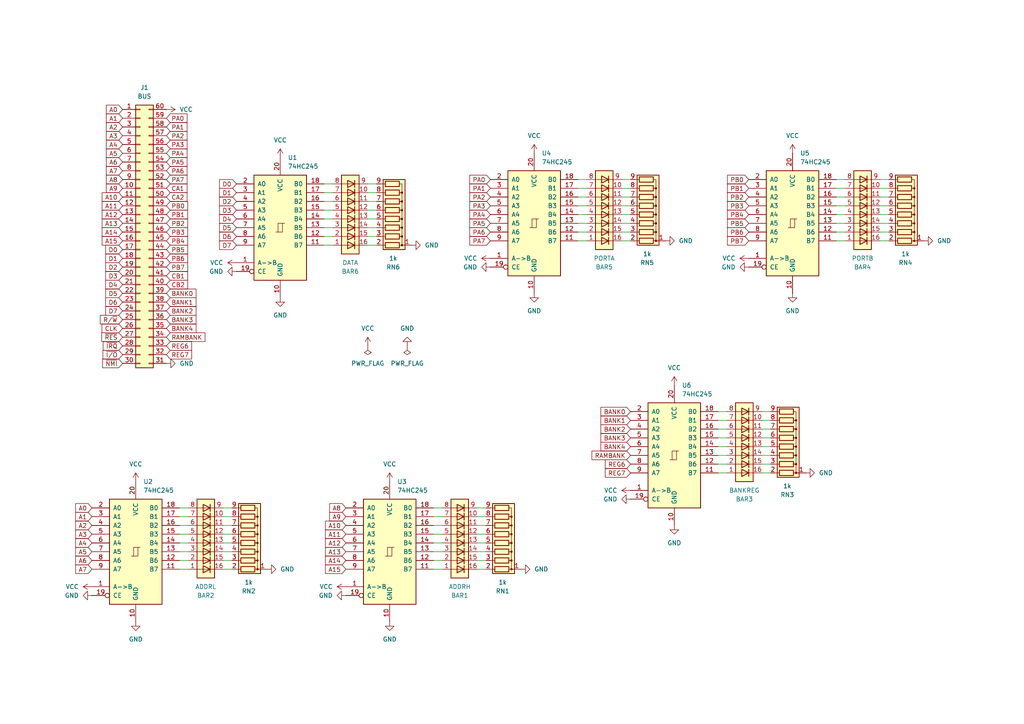
<source format=kicad_sch>
(kicad_sch (version 20231120) (generator "eeschema") (generator_version "8.0")
  (paper "A4")
  (lib_symbols
    (symbol "74xx:74HC245" (pin_names (offset 1.016))
      (property "Reference" "U" (at -7.62 16.51 0))
      (property "Value" "74HC245" (at -7.62 -16.51 0))
      (symbol "74HC245_1_0"
        (polyline (pts (xy -0.635 -1.27) (xy -0.635 1.27) (xy 0.635 1.27)))
        (polyline (pts (xy -1.27 -1.27) (xy 0.635 -1.27) (xy 0.635 1.27) (xy 1.27 1.27)))
        (pin input line (at -12.7 -10.16 0) (length 5.08) (name "A->B") (number "1"))
        (pin power_in line (at 0 -20.32 90) (length 5.08) (name "GND") (number "10"))
        (pin tri_state line (at 12.7 -5.08 180) (length 5.08) (name "B7") (number "11"))
        (pin tri_state line (at 12.7 -2.54 180) (length 5.08) (name "B6") (number "12"))
        (pin tri_state line (at 12.7 0 180) (length 5.08) (name "B5") (number "13"))
        (pin tri_state line (at 12.7 2.54 180) (length 5.08) (name "B4") (number "14"))
        (pin tri_state line (at 12.7 5.08 180) (length 5.08) (name "B3") (number "15"))
        (pin tri_state line (at 12.7 7.62 180) (length 5.08) (name "B2") (number "16"))
        (pin tri_state line (at 12.7 10.16 180) (length 5.08) (name "B1") (number "17"))
        (pin tri_state line (at 12.7 12.7 180) (length 5.08) (name "B0") (number "18"))
        (pin input inverted (at -12.7 -12.7 0) (length 5.08) (name "CE") (number "19"))
        (pin tri_state line (at -12.7 12.7 0) (length 5.08) (name "A0") (number "2"))
        (pin power_in line (at 0 20.32 270) (length 5.08) (name "VCC") (number "20"))
        (pin tri_state line (at -12.7 10.16 0) (length 5.08) (name "A1") (number "3"))
        (pin tri_state line (at -12.7 7.62 0) (length 5.08) (name "A2") (number "4"))
        (pin tri_state line (at -12.7 5.08 0) (length 5.08) (name "A3") (number "5"))
        (pin tri_state line (at -12.7 2.54 0) (length 5.08) (name "A4") (number "6"))
        (pin tri_state line (at -12.7 0 0) (length 5.08) (name "A5") (number "7"))
        (pin tri_state line (at -12.7 -2.54 0) (length 5.08) (name "A6") (number "8"))
        (pin tri_state line (at -12.7 -5.08 0) (length 5.08) (name "A7") (number "9"))
      )
      (symbol "74HC245_1_1"
        (rectangle (start -7.62 15.24) (end 7.62 -15.24) (stroke (width 0.254)) (fill (type background)))
      )
    )
    (symbol "Connector_Generic:Conn_02x30_Counter_Clockwise" (pin_names (offset 1.016) hide)
      (property "Reference" "J" (at 1.27 38.1 0))
      (property "Value" "Conn_02x30_Counter_Clockwise" (at 1.27 -40.64 0))
      (symbol "Conn_02x30_Counter_Clockwise_1_1"
        (rectangle (start -1.27 -37.973) (end 0 -38.227) (stroke (width 0.1524)))
        (rectangle (start -1.27 -35.433) (end 0 -35.687) (stroke (width 0.1524)))
        (rectangle (start -1.27 -32.893) (end 0 -33.147) (stroke (width 0.1524)))
        (rectangle (start -1.27 -30.353) (end 0 -30.607) (stroke (width 0.1524)))
        (rectangle (start -1.27 -27.813) (end 0 -28.067) (stroke (width 0.1524)))
        (rectangle (start -1.27 -25.273) (end 0 -25.527) (stroke (width 0.1524)))
        (rectangle (start -1.27 -22.733) (end 0 -22.987) (stroke (width 0.1524)))
        (rectangle (start -1.27 -20.193) (end 0 -20.447) (stroke (width 0.1524)))
        (rectangle (start -1.27 -17.653) (end 0 -17.907) (stroke (width 0.1524)))
        (rectangle (start -1.27 -15.113) (end 0 -15.367) (stroke (width 0.1524)))
        (rectangle (start -1.27 -12.573) (end 0 -12.827) (stroke (width 0.1524)))
        (rectangle (start -1.27 -10.033) (end 0 -10.287) (stroke (width 0.1524)))
        (rectangle (start -1.27 -7.493) (end 0 -7.747) (stroke (width 0.1524)))
        (rectangle (start -1.27 -4.953) (end 0 -5.207) (stroke (width 0.1524)))
        (rectangle (start -1.27 -2.413) (end 0 -2.667) (stroke (width 0.1524)))
        (rectangle (start -1.27 0.127) (end 0 -0.127) (stroke (width 0.1524)))
        (rectangle (start -1.27 2.667) (end 0 2.413) (stroke (width 0.1524)))
        (rectangle (start -1.27 5.207) (end 0 4.953) (stroke (width 0.1524)))
        (rectangle (start -1.27 7.747) (end 0 7.493) (stroke (width 0.1524)))
        (rectangle (start -1.27 10.287) (end 0 10.033) (stroke (width 0.1524)))
        (rectangle (start -1.27 12.827) (end 0 12.573) (stroke (width 0.1524)))
        (rectangle (start -1.27 15.367) (end 0 15.113) (stroke (width 0.1524)))
        (rectangle (start -1.27 17.907) (end 0 17.653) (stroke (width 0.1524)))
        (rectangle (start -1.27 20.447) (end 0 20.193) (stroke (width 0.1524)))
        (rectangle (start -1.27 22.987) (end 0 22.733) (stroke (width 0.1524)))
        (rectangle (start -1.27 25.527) (end 0 25.273) (stroke (width 0.1524)))
        (rectangle (start -1.27 28.067) (end 0 27.813) (stroke (width 0.1524)))
        (rectangle (start -1.27 30.607) (end 0 30.353) (stroke (width 0.1524)))
        (rectangle (start -1.27 33.147) (end 0 32.893) (stroke (width 0.1524)))
        (rectangle (start -1.27 35.687) (end 0 35.433) (stroke (width 0.1524)))
        (rectangle (start -1.27 36.83) (end 3.81 -39.37) (stroke (width 0.254)) (fill (type background)))
        (rectangle (start 3.81 -37.973) (end 2.54 -38.227) (stroke (width 0.1524)))
        (rectangle (start 3.81 -35.433) (end 2.54 -35.687) (stroke (width 0.1524)))
        (rectangle (start 3.81 -32.893) (end 2.54 -33.147) (stroke (width 0.1524)))
        (rectangle (start 3.81 -30.353) (end 2.54 -30.607) (stroke (width 0.1524)))
        (rectangle (start 3.81 -27.813) (end 2.54 -28.067) (stroke (width 0.1524)))
        (rectangle (start 3.81 -25.273) (end 2.54 -25.527) (stroke (width 0.1524)))
        (rectangle (start 3.81 -22.733) (end 2.54 -22.987) (stroke (width 0.1524)))
        (rectangle (start 3.81 -20.193) (end 2.54 -20.447) (stroke (width 0.1524)))
        (rectangle (start 3.81 -17.653) (end 2.54 -17.907) (stroke (width 0.1524)))
        (rectangle (start 3.81 -15.113) (end 2.54 -15.367) (stroke (width 0.1524)))
        (rectangle (start 3.81 -12.573) (end 2.54 -12.827) (stroke (width 0.1524)))
        (rectangle (start 3.81 -10.033) (end 2.54 -10.287) (stroke (width 0.1524)))
        (rectangle (start 3.81 -7.493) (end 2.54 -7.747) (stroke (width 0.1524)))
        (rectangle (start 3.81 -4.953) (end 2.54 -5.207) (stroke (width 0.1524)))
        (rectangle (start 3.81 -2.413) (end 2.54 -2.667) (stroke (width 0.1524)))
        (rectangle (start 3.81 0.127) (end 2.54 -0.127) (stroke (width 0.1524)))
        (rectangle (start 3.81 2.667) (end 2.54 2.413) (stroke (width 0.1524)))
        (rectangle (start 3.81 5.207) (end 2.54 4.953) (stroke (width 0.1524)))
        (rectangle (start 3.81 7.747) (end 2.54 7.493) (stroke (width 0.1524)))
        (rectangle (start 3.81 10.287) (end 2.54 10.033) (stroke (width 0.1524)))
        (rectangle (start 3.81 12.827) (end 2.54 12.573) (stroke (width 0.1524)))
        (rectangle (start 3.81 15.367) (end 2.54 15.113) (stroke (width 0.1524)))
        (rectangle (start 3.81 17.907) (end 2.54 17.653) (stroke (width 0.1524)))
        (rectangle (start 3.81 20.447) (end 2.54 20.193) (stroke (width 0.1524)))
        (rectangle (start 3.81 22.987) (end 2.54 22.733) (stroke (width 0.1524)))
        (rectangle (start 3.81 25.527) (end 2.54 25.273) (stroke (width 0.1524)))
        (rectangle (start 3.81 28.067) (end 2.54 27.813) (stroke (width 0.1524)))
        (rectangle (start 3.81 30.607) (end 2.54 30.353) (stroke (width 0.1524)))
        (rectangle (start 3.81 33.147) (end 2.54 32.893) (stroke (width 0.1524)))
        (rectangle (start 3.81 35.687) (end 2.54 35.433) (stroke (width 0.1524)))
        (pin passive line (at -5.08 35.56 0) (length 3.81) (name "Pin_1") (number "1"))
        (pin passive line (at -5.08 12.7 0) (length 3.81) (name "Pin_10") (number "10"))
        (pin passive line (at -5.08 10.16 0) (length 3.81) (name "Pin_11") (number "11"))
        (pin passive line (at -5.08 7.62 0) (length 3.81) (name "Pin_12") (number "12"))
        (pin passive line (at -5.08 5.08 0) (length 3.81) (name "Pin_13") (number "13"))
        (pin passive line (at -5.08 2.54 0) (length 3.81) (name "Pin_14") (number "14"))
        (pin passive line (at -5.08 0 0) (length 3.81) (name "Pin_15") (number "15"))
        (pin passive line (at -5.08 -2.54 0) (length 3.81) (name "Pin_16") (number "16"))
        (pin passive line (at -5.08 -5.08 0) (length 3.81) (name "Pin_17") (number "17"))
        (pin passive line (at -5.08 -7.62 0) (length 3.81) (name "Pin_18") (number "18"))
        (pin passive line (at -5.08 -10.16 0) (length 3.81) (name "Pin_19") (number "19"))
        (pin passive line (at -5.08 33.02 0) (length 3.81) (name "Pin_2") (number "2"))
        (pin passive line (at -5.08 -12.7 0) (length 3.81) (name "Pin_20") (number "20"))
        (pin passive line (at -5.08 -15.24 0) (length 3.81) (name "Pin_21") (number "21"))
        (pin passive line (at -5.08 -17.78 0) (length 3.81) (name "Pin_22") (number "22"))
        (pin passive line (at -5.08 -20.32 0) (length 3.81) (name "Pin_23") (number "23"))
        (pin passive line (at -5.08 -22.86 0) (length 3.81) (name "Pin_24") (number "24"))
        (pin passive line (at -5.08 -25.4 0) (length 3.81) (name "Pin_25") (number "25"))
        (pin passive line (at -5.08 -27.94 0) (length 3.81) (name "Pin_26") (number "26"))
        (pin passive line (at -5.08 -30.48 0) (length 3.81) (name "Pin_27") (number "27"))
        (pin passive line (at -5.08 -33.02 0) (length 3.81) (name "Pin_28") (number "28"))
        (pin passive line (at -5.08 -35.56 0) (length 3.81) (name "Pin_29") (number "29"))
        (pin passive line (at -5.08 30.48 0) (length 3.81) (name "Pin_3") (number "3"))
        (pin passive line (at -5.08 -38.1 0) (length 3.81) (name "Pin_30") (number "30"))
        (pin passive line (at 7.62 -38.1 180) (length 3.81) (name "Pin_31") (number "31"))
        (pin passive line (at 7.62 -35.56 180) (length 3.81) (name "Pin_32") (number "32"))
        (pin passive line (at 7.62 -33.02 180) (length 3.81) (name "Pin_33") (number "33"))
        (pin passive line (at 7.62 -30.48 180) (length 3.81) (name "Pin_34") (number "34"))
        (pin passive line (at 7.62 -27.94 180) (length 3.81) (name "Pin_35") (number "35"))
        (pin passive line (at 7.62 -25.4 180) (length 3.81) (name "Pin_36") (number "36"))
        (pin passive line (at 7.62 -22.86 180) (length 3.81) (name "Pin_37") (number "37"))
        (pin passive line (at 7.62 -20.32 180) (length 3.81) (name "Pin_38") (number "38"))
        (pin passive line (at 7.62 -17.78 180) (length 3.81) (name "Pin_39") (number "39"))
        (pin passive line (at -5.08 27.94 0) (length 3.81) (name "Pin_4") (number "4"))
        (pin passive line (at 7.62 -15.24 180) (length 3.81) (name "Pin_40") (number "40"))
        (pin passive line (at 7.62 -12.7 180) (length 3.81) (name "Pin_41") (number "41"))
        (pin passive line (at 7.62 -10.16 180) (length 3.81) (name "Pin_42") (number "42"))
        (pin passive line (at 7.62 -7.62 180) (length 3.81) (name "Pin_43") (number "43"))
        (pin passive line (at 7.62 -5.08 180) (length 3.81) (name "Pin_44") (number "44"))
        (pin passive line (at 7.62 -2.54 180) (length 3.81) (name "Pin_45") (number "45"))
        (pin passive line (at 7.62 0 180) (length 3.81) (name "Pin_46") (number "46"))
        (pin passive line (at 7.62 2.54 180) (length 3.81) (name "Pin_47") (number "47"))
        (pin passive line (at 7.62 5.08 180) (length 3.81) (name "Pin_48") (number "48"))
        (pin passive line (at 7.62 7.62 180) (length 3.81) (name "Pin_49") (number "49"))
        (pin passive line (at -5.08 25.4 0) (length 3.81) (name "Pin_5") (number "5"))
        (pin passive line (at 7.62 10.16 180) (length 3.81) (name "Pin_50") (number "50"))
        (pin passive line (at 7.62 12.7 180) (length 3.81) (name "Pin_51") (number "51"))
        (pin passive line (at 7.62 15.24 180) (length 3.81) (name "Pin_52") (number "52"))
        (pin passive line (at 7.62 17.78 180) (length 3.81) (name "Pin_53") (number "53"))
        (pin passive line (at 7.62 20.32 180) (length 3.81) (name "Pin_54") (number "54"))
        (pin passive line (at 7.62 22.86 180) (length 3.81) (name "Pin_55") (number "55"))
        (pin passive line (at 7.62 25.4 180) (length 3.81) (name "Pin_56") (number "56"))
        (pin passive line (at 7.62 27.94 180) (length 3.81) (name "Pin_57") (number "57"))
        (pin passive line (at 7.62 30.48 180) (length 3.81) (name "Pin_58") (number "58"))
        (pin passive line (at 7.62 33.02 180) (length 3.81) (name "Pin_59") (number "59"))
        (pin passive line (at -5.08 22.86 0) (length 3.81) (name "Pin_6") (number "6"))
        (pin passive line (at 7.62 35.56 180) (length 3.81) (name "Pin_60") (number "60"))
        (pin passive line (at -5.08 20.32 0) (length 3.81) (name "Pin_7") (number "7"))
        (pin passive line (at -5.08 17.78 0) (length 3.81) (name "Pin_8") (number "8"))
        (pin passive line (at -5.08 15.24 0) (length 3.81) (name "Pin_9") (number "9"))
      )
    )
    (symbol "Device:R_Network08" (pin_names (offset 0) hide)
      (property "Reference" "RN" (at -12.7 0 90))
      (property "Value" "R_Network08" (at 10.16 0 90))
      (symbol "R_Network08_0_1"
        (rectangle (start -11.43 -3.175) (end 8.89 3.175) (stroke (width 0.254)) (fill (type background)))
        (rectangle (start -10.922 1.524) (end -9.398 -2.54) (stroke (width 0.254)))
        (circle (center -10.16 2.286) (radius 0.254) (fill (type outline)))
        (rectangle (start -8.382 1.524) (end -6.858 -2.54) (stroke (width 0.254)))
        (circle (center -7.62 2.286) (radius 0.254) (fill (type outline)))
        (rectangle (start -5.842 1.524) (end -4.318 -2.54) (stroke (width 0.254)))
        (circle (center -5.08 2.286) (radius 0.254) (fill (type outline)))
        (rectangle (start -3.302 1.524) (end -1.778 -2.54) (stroke (width 0.254)))
        (circle (center -2.54 2.286) (radius 0.254) (fill (type outline)))
        (rectangle (start -0.762 1.524) (end 0.762 -2.54) (stroke (width 0.254)))
        (polyline (pts (xy -10.16 -2.54) (xy -10.16 -3.81)))
        (polyline (pts (xy -7.62 -2.54) (xy -7.62 -3.81)))
        (polyline (pts (xy -5.08 -2.54) (xy -5.08 -3.81)))
        (polyline (pts (xy -2.54 -2.54) (xy -2.54 -3.81)))
        (polyline (pts (xy 0 -2.54) (xy 0 -3.81)))
        (polyline (pts (xy 2.54 -2.54) (xy 2.54 -3.81)))
        (polyline (pts (xy 5.08 -2.54) (xy 5.08 -3.81)))
        (polyline (pts (xy 7.62 -2.54) (xy 7.62 -3.81)))
        (polyline (pts (xy -10.16 1.524) (xy -10.16 2.286) (xy -7.62 2.286) (xy -7.62 1.524)))
        (polyline (pts (xy -7.62 1.524) (xy -7.62 2.286) (xy -5.08 2.286) (xy -5.08 1.524)))
        (polyline (pts (xy -5.08 1.524) (xy -5.08 2.286) (xy -2.54 2.286) (xy -2.54 1.524)))
        (polyline (pts (xy -2.54 1.524) (xy -2.54 2.286) (xy 0 2.286) (xy 0 1.524)))
        (polyline (pts (xy 0 1.524) (xy 0 2.286) (xy 2.54 2.286) (xy 2.54 1.524)))
        (polyline (pts (xy 2.54 1.524) (xy 2.54 2.286) (xy 5.08 2.286) (xy 5.08 1.524)))
        (polyline (pts (xy 5.08 1.524) (xy 5.08 2.286) (xy 7.62 2.286) (xy 7.62 1.524)))
        (circle (center 0 2.286) (radius 0.254) (fill (type outline)))
        (rectangle (start 1.778 1.524) (end 3.302 -2.54) (stroke (width 0.254)))
        (circle (center 2.54 2.286) (radius 0.254) (fill (type outline)))
        (rectangle (start 4.318 1.524) (end 5.842 -2.54) (stroke (width 0.254)))
        (circle (center 5.08 2.286) (radius 0.254) (fill (type outline)))
        (rectangle (start 6.858 1.524) (end 8.382 -2.54) (stroke (width 0.254)))
      )
      (symbol "R_Network08_1_1"
        (pin passive line (at -10.16 5.08 270) (length 2.54) (name "common") (number "1"))
        (pin passive line (at -10.16 -5.08 90) (length 1.27) (name "R1") (number "2"))
        (pin passive line (at -7.62 -5.08 90) (length 1.27) (name "R2") (number "3"))
        (pin passive line (at -5.08 -5.08 90) (length 1.27) (name "R3") (number "4"))
        (pin passive line (at -2.54 -5.08 90) (length 1.27) (name "R4") (number "5"))
        (pin passive line (at 0 -5.08 90) (length 1.27) (name "R5") (number "6"))
        (pin passive line (at 2.54 -5.08 90) (length 1.27) (name "R6") (number "7"))
        (pin passive line (at 5.08 -5.08 90) (length 1.27) (name "R7") (number "8"))
        (pin passive line (at 7.62 -5.08 90) (length 1.27) (name "R8") (number "9"))
      )
    )
    (symbol "bargraph8:bargraph8" (pin_names (offset 1.016) hide)
      (property "Reference" "BAR" (at 0 15.24 0))
      (property "Value" "bargraph8" (at 0.254 -11.684 0))
      (symbol "bargraph8_0_1"
        (rectangle (start -2.54 12.7) (end 2.54 -10.16) (stroke (width 0.254)) (fill (type background)))
        (polyline (pts (xy -2.54 -7.62) (xy 2.54 -7.62)))
        (polyline (pts (xy -2.54 -5.08) (xy 2.54 -5.08)))
        (polyline (pts (xy -2.54 0) (xy 2.54 0)))
        (polyline (pts (xy -2.54 5.08) (xy 2.54 5.08)))
        (polyline (pts (xy -2.54 7.62) (xy 2.54 7.62)))
        (polyline (pts (xy -2.54 10.16) (xy 2.54 10.16)))
        (polyline (pts (xy 1.27 -6.604) (xy 1.27 -8.636)) (stroke (width 0.254)))
        (polyline (pts (xy 1.27 -4.064) (xy 1.27 -6.096)) (stroke (width 0.254)))
        (polyline (pts (xy 1.27 -1.524) (xy 1.27 -3.556)) (stroke (width 0.254)))
        (polyline (pts (xy 1.27 1.016) (xy 1.27 -1.016)) (stroke (width 0.254)))
        (polyline (pts (xy 1.27 3.556) (xy 1.27 1.524)) (stroke (width 0.254)))
        (polyline (pts (xy 1.27 6.096) (xy 1.27 4.064)) (stroke (width 0.254)))
        (polyline (pts (xy 1.27 8.636) (xy 1.27 6.604)) (stroke (width 0.254)))
        (polyline (pts (xy 1.27 11.176) (xy 1.27 9.144)) (stroke (width 0.254)))
        (polyline (pts (xy 2.54 -2.54) (xy -2.54 -2.54)))
        (polyline (pts (xy 2.54 2.54) (xy -2.54 2.54)))
        (polyline (pts (xy -0.762 -6.604) (xy -0.762 -8.636) (xy 1.27 -7.62) (xy -0.762 -6.604)) (stroke (width 0.254)))
        (polyline (pts (xy -0.762 -4.064) (xy -0.762 -6.096) (xy 1.27 -5.08) (xy -0.762 -4.064)) (stroke (width 0.254)))
        (polyline (pts (xy -0.762 -1.524) (xy -0.762 -3.556) (xy 1.27 -2.54) (xy -0.762 -1.524)) (stroke (width 0.254)))
        (polyline (pts (xy -0.762 1.016) (xy -0.762 -1.016) (xy 1.27 0) (xy -0.762 1.016)) (stroke (width 0.254)))
        (polyline (pts (xy -0.762 3.556) (xy -0.762 1.524) (xy 1.27 2.54) (xy -0.762 3.556)) (stroke (width 0.254)))
        (polyline (pts (xy -0.762 6.096) (xy -0.762 4.064) (xy 1.27 5.08) (xy -0.762 6.096)) (stroke (width 0.254)))
        (polyline (pts (xy -0.762 8.636) (xy -0.762 6.604) (xy 1.27 7.62) (xy -0.762 8.636)) (stroke (width 0.254)))
        (polyline (pts (xy -0.762 11.176) (xy -0.762 9.144) (xy 1.27 10.16) (xy -0.762 11.176)) (stroke (width 0.254)))
      )
      (symbol "bargraph8_1_1"
        (pin passive line (at -5.08 10.16 0) (length 2.54) (name "A") (number "1"))
        (pin passive line (at 5.08 -5.08 180) (length 2.54) (name "K") (number "10"))
        (pin passive line (at 5.08 -2.54 180) (length 2.54) (name "K") (number "11"))
        (pin passive line (at 5.08 0 180) (length 2.54) (name "K") (number "12"))
        (pin passive line (at 5.08 2.54 180) (length 2.54) (name "K") (number "13"))
        (pin passive line (at 5.08 5.08 180) (length 2.54) (name "K") (number "14"))
        (pin passive line (at 5.08 7.62 180) (length 2.54) (name "K") (number "15"))
        (pin passive line (at 5.08 10.16 180) (length 2.54) (name "K") (number "16"))
        (pin passive line (at -5.08 7.62 0) (length 2.54) (name "A") (number "2"))
        (pin passive line (at -5.08 5.08 0) (length 2.54) (name "A") (number "3"))
        (pin passive line (at -5.08 2.54 0) (length 2.54) (name "A") (number "4"))
        (pin passive line (at -5.08 0 0) (length 2.54) (name "A") (number "5"))
        (pin passive line (at -5.08 -2.54 0) (length 2.54) (name "A") (number "6"))
        (pin passive line (at -5.08 -5.08 0) (length 2.54) (name "A") (number "7"))
        (pin passive line (at -5.08 -7.62 0) (length 2.54) (name "A") (number "8"))
        (pin passive line (at 5.08 -7.62 180) (length 2.54) (name "K") (number "9"))
      )
    )
    (symbol "power:GND" (power) (pin_numbers hide) (pin_names (offset 0) hide)
      (property "Value" "GND" (at 0 -3.81 0))
      (symbol "GND_0_1"
        (polyline (pts (xy 0 0) (xy 0 -1.27) (xy 1.27 -1.27) (xy 0 -2.54) (xy -1.27 -1.27) (xy 0 -1.27)))
      )
      (symbol "GND_1_1"
        (pin power_in line (at 0 0 270) (length 0) (name "~") (number "1"))
      )
    )
    (symbol "power:PWR_FLAG" (power) (pin_numbers hide) (pin_names (offset 0) hide)
      (property "Value" "PWR_FLAG" (at 0 3.81 0))
      (symbol "PWR_FLAG_0_0"
        (pin power_out line (at 0 0 90) (length 0) (name "~") (number "1"))
      )
      (symbol "PWR_FLAG_0_1"
        (polyline (pts (xy 0 0) (xy 0 1.27) (xy -1.016 1.905) (xy 0 2.54) (xy 1.016 1.905) (xy 0 1.27)))
      )
    )
    (symbol "power:VCC" (power) (pin_numbers hide) (pin_names (offset 0) hide)
      (property "Value" "VCC" (at 0 3.556 0))
      (symbol "VCC_0_1"
        (polyline (pts (xy -0.762 1.27) (xy 0 2.54)))
        (polyline (pts (xy 0 0) (xy 0 2.54)))
        (polyline (pts (xy 0 2.54) (xy 0.762 1.27)))
      )
      (symbol "VCC_1_1"
        (pin power_in line (at 0 0 90) (length 0) (name "~") (number "1"))
      )
    )
  )
  (wire (pts (xy 109.22 66.04) (xy 106.68 66.04)))
  (wire (pts (xy 67.31 160.02) (xy 64.77 160.02)))
  (wire (pts (xy 128.27 165.1) (xy 125.73 165.1)))
  (wire (pts (xy 182.88 54.61) (xy 180.34 54.61)))
  (wire (pts (xy 67.31 162.56) (xy 64.77 162.56)))
  (wire (pts (xy 54.61 149.86) (xy 52.07 149.86)))
  (wire (pts (xy 223.52 137.16) (xy 220.98 137.16)))
  (wire (pts (xy 109.22 71.12) (xy 106.68 71.12)))
  (wire (pts (xy 128.27 147.32) (xy 125.73 147.32)))
  (wire (pts (xy 245.11 62.23) (xy 242.57 62.23)))
  (wire (pts (xy 223.52 132.08) (xy 220.98 132.08)))
  (wire (pts (xy 257.81 54.61) (xy 255.27 54.61)))
  (wire (pts (xy 170.18 64.77) (xy 167.64 64.77)))
  (wire (pts (xy 67.31 149.86) (xy 64.77 149.86)))
  (wire (pts (xy 223.52 134.62) (xy 220.98 134.62)))
  (wire (pts (xy 223.52 127) (xy 220.98 127)))
  (wire (pts (xy 140.97 152.4) (xy 138.43 152.4)))
  (wire (pts (xy 128.27 157.48) (xy 125.73 157.48)))
  (wire (pts (xy 140.97 147.32) (xy 138.43 147.32)))
  (wire (pts (xy 128.27 149.86) (xy 125.73 149.86)))
  (wire (pts (xy 170.18 67.31) (xy 167.64 67.31)))
  (wire (pts (xy 109.22 58.42) (xy 106.68 58.42)))
  (wire (pts (xy 170.18 54.61) (xy 167.64 54.61)))
  (wire (pts (xy 109.22 53.34) (xy 106.68 53.34)))
  (wire (pts (xy 245.11 57.15) (xy 242.57 57.15)))
  (wire (pts (xy 54.61 152.4) (xy 52.07 152.4)))
  (wire (pts (xy 210.82 132.08) (xy 208.28 132.08)))
  (wire (pts (xy 67.31 152.4) (xy 64.77 152.4)))
  (wire (pts (xy 245.11 59.69) (xy 242.57 59.69)))
  (wire (pts (xy 182.88 62.23) (xy 180.34 62.23)))
  (wire (pts (xy 210.82 127) (xy 208.28 127)))
  (wire (pts (xy 257.81 62.23) (xy 255.27 62.23)))
  (wire (pts (xy 67.31 165.1) (xy 64.77 165.1)))
  (wire (pts (xy 96.52 55.88) (xy 93.98 55.88)))
  (wire (pts (xy 182.88 57.15) (xy 180.34 57.15)))
  (wire (pts (xy 109.22 60.96) (xy 106.68 60.96)))
  (wire (pts (xy 245.11 67.31) (xy 242.57 67.31)))
  (wire (pts (xy 54.61 162.56) (xy 52.07 162.56)))
  (wire (pts (xy 182.88 64.77) (xy 180.34 64.77)))
  (wire (pts (xy 210.82 124.46) (xy 208.28 124.46)))
  (wire (pts (xy 128.27 162.56) (xy 125.73 162.56)))
  (wire (pts (xy 257.81 67.31) (xy 255.27 67.31)))
  (wire (pts (xy 96.52 63.5) (xy 93.98 63.5)))
  (wire (pts (xy 109.22 68.58) (xy 106.68 68.58)))
  (wire (pts (xy 210.82 134.62) (xy 208.28 134.62)))
  (wire (pts (xy 54.61 157.48) (xy 52.07 157.48)))
  (wire (pts (xy 109.22 55.88) (xy 106.68 55.88)))
  (wire (pts (xy 54.61 165.1) (xy 52.07 165.1)))
  (wire (pts (xy 245.11 52.07) (xy 242.57 52.07)))
  (wire (pts (xy 54.61 154.94) (xy 52.07 154.94)))
  (wire (pts (xy 182.88 67.31) (xy 180.34 67.31)))
  (wire (pts (xy 170.18 62.23) (xy 167.64 62.23)))
  (wire (pts (xy 109.22 63.5) (xy 106.68 63.5)))
  (wire (pts (xy 140.97 162.56) (xy 138.43 162.56)))
  (wire (pts (xy 96.52 71.12) (xy 93.98 71.12)))
  (wire (pts (xy 170.18 52.07) (xy 167.64 52.07)))
  (wire (pts (xy 54.61 147.32) (xy 52.07 147.32)))
  (wire (pts (xy 140.97 149.86) (xy 138.43 149.86)))
  (wire (pts (xy 257.81 64.77) (xy 255.27 64.77)))
  (wire (pts (xy 140.97 160.02) (xy 138.43 160.02)))
  (wire (pts (xy 96.52 53.34) (xy 93.98 53.34)))
  (wire (pts (xy 210.82 121.92) (xy 208.28 121.92)))
  (wire (pts (xy 67.31 154.94) (xy 64.77 154.94)))
  (wire (pts (xy 223.52 124.46) (xy 220.98 124.46)))
  (wire (pts (xy 182.88 59.69) (xy 180.34 59.69)))
  (wire (pts (xy 96.52 58.42) (xy 93.98 58.42)))
  (wire (pts (xy 170.18 69.85) (xy 167.64 69.85)))
  (wire (pts (xy 210.82 119.38) (xy 208.28 119.38)))
  (wire (pts (xy 67.31 157.48) (xy 64.77 157.48)))
  (wire (pts (xy 67.31 147.32) (xy 64.77 147.32)))
  (wire (pts (xy 257.81 59.69) (xy 255.27 59.69)))
  (wire (pts (xy 170.18 57.15) (xy 167.64 57.15)))
  (wire (pts (xy 170.18 59.69) (xy 167.64 59.69)))
  (wire (pts (xy 245.11 64.77) (xy 242.57 64.77)))
  (wire (pts (xy 140.97 157.48) (xy 138.43 157.48)))
  (wire (pts (xy 96.52 60.96) (xy 93.98 60.96)))
  (wire (pts (xy 223.52 119.38) (xy 220.98 119.38)))
  (wire (pts (xy 140.97 165.1) (xy 138.43 165.1)))
  (wire (pts (xy 54.61 160.02) (xy 52.07 160.02)))
  (wire (pts (xy 182.88 69.85) (xy 180.34 69.85)))
  (wire (pts (xy 140.97 154.94) (xy 138.43 154.94)))
  (wire (pts (xy 210.82 137.16) (xy 208.28 137.16)))
  (wire (pts (xy 96.52 66.04) (xy 93.98 66.04)))
  (wire (pts (xy 128.27 160.02) (xy 125.73 160.02)))
  (wire (pts (xy 245.11 54.61) (xy 242.57 54.61)))
  (wire (pts (xy 223.52 129.54) (xy 220.98 129.54)))
  (wire (pts (xy 257.81 52.07) (xy 255.27 52.07)))
  (wire (pts (xy 128.27 154.94) (xy 125.73 154.94)))
  (wire (pts (xy 257.81 69.85) (xy 255.27 69.85)))
  (wire (pts (xy 245.11 69.85) (xy 242.57 69.85)))
  (wire (pts (xy 223.52 121.92) (xy 220.98 121.92)))
  (wire (pts (xy 182.88 52.07) (xy 180.34 52.07)))
  (wire (pts (xy 210.82 129.54) (xy 208.28 129.54)))
  (wire (pts (xy 257.81 57.15) (xy 255.27 57.15)))
  (wire (pts (xy 96.52 68.58) (xy 93.98 68.58)))
  (wire (pts (xy 128.27 152.4) (xy 125.73 152.4)))
  (global_label "REG7" (shape input) (at 182.88 137.16 180) (property "Intersheetrefs" "${INTERSHEET_REFS}" (effects (hide yes))))
  (global_label "A9" (shape input) (at 35.56 54.61 180) (property "Intersheetrefs" "${INTERSHEET_REFS}" (effects (hide yes))))
  (global_label "BANK4" (shape input) (at 48.26 95.25 0) (property "Intersheetrefs" "${INTERSHEET_REFS}" (effects (hide yes))))
  (global_label "D6" (shape input) (at 68.58 68.58 180) (property "Intersheetrefs" "${INTERSHEET_REFS}" (effects (hide yes))))
  (global_label "D3" (shape input) (at 35.56 80.01 180) (property "Intersheetrefs" "${INTERSHEET_REFS}" (effects (hide yes))))
  (global_label "D5" (shape input) (at 68.58 66.04 180) (property "Intersheetrefs" "${INTERSHEET_REFS}" (effects (hide yes))))
  (global_label "RAMBANK" (shape input) (at 48.26 97.79 0) (property "Intersheetrefs" "${INTERSHEET_REFS}" (effects (hide yes))))
  (global_label "PA6" (shape input) (at 48.26 49.53 0) (property "Intersheetrefs" "${INTERSHEET_REFS}" (effects (hide yes))))
  (global_label "PA6" (shape input) (at 142.24 67.31 180) (property "Intersheetrefs" "${INTERSHEET_REFS}" (effects (hide yes))))
  (global_label "PB6" (shape input) (at 48.26 74.93 0) (property "Intersheetrefs" "${INTERSHEET_REFS}" (effects (hide yes))))
  (global_label "REG6" (shape input) (at 48.26 100.33 0) (property "Intersheetrefs" "${INTERSHEET_REFS}" (effects (hide yes))))
  (global_label "PA7" (shape input) (at 48.26 52.07 0) (property "Intersheetrefs" "${INTERSHEET_REFS}" (effects (hide yes))))
  (global_label "PA0" (shape input) (at 142.24 52.07 180) (property "Intersheetrefs" "${INTERSHEET_REFS}" (effects (hide yes))))
  (global_label "CA2" (shape input) (at 48.26 57.15 0) (property "Intersheetrefs" "${INTERSHEET_REFS}" (effects (hide yes))))
  (global_label "A2" (shape input) (at 26.67 152.4 180) (property "Intersheetrefs" "${INTERSHEET_REFS}" (effects (hide yes))))
  (global_label "PA3" (shape input) (at 48.26 41.91 0) (property "Intersheetrefs" "${INTERSHEET_REFS}" (effects (hide yes))))
  (global_label "A10" (shape input) (at 100.33 152.4 180) (property "Intersheetrefs" "${INTERSHEET_REFS}" (effects (hide yes))))
  (global_label "PB1" (shape input) (at 217.17 54.61 180) (property "Intersheetrefs" "${INTERSHEET_REFS}" (effects (hide yes))))
  (global_label "A11" (shape input) (at 100.33 154.94 180) (property "Intersheetrefs" "${INTERSHEET_REFS}" (effects (hide yes))))
  (global_label "PA5" (shape input) (at 48.26 46.99 0) (property "Intersheetrefs" "${INTERSHEET_REFS}" (effects (hide yes))))
  (global_label "BANK2" (shape input) (at 182.88 124.46 180) (property "Intersheetrefs" "${INTERSHEET_REFS}" (effects (hide yes))))
  (global_label "D1" (shape input) (at 35.56 74.93 180) (property "Intersheetrefs" "${INTERSHEET_REFS}" (effects (hide yes))))
  (global_label "A7" (shape input) (at 35.56 49.53 180) (property "Intersheetrefs" "${INTERSHEET_REFS}" (effects (hide yes))))
  (global_label "PB4" (shape input) (at 217.17 62.23 180) (property "Intersheetrefs" "${INTERSHEET_REFS}" (effects (hide yes))))
  (global_label "D7" (shape input) (at 68.58 71.12 180) (property "Intersheetrefs" "${INTERSHEET_REFS}" (effects (hide yes))))
  (global_label "PA3" (shape input) (at 142.24 59.69 180) (property "Intersheetrefs" "${INTERSHEET_REFS}" (effects (hide yes))))
  (global_label "CB2" (shape input) (at 48.26 82.55 0) (property "Intersheetrefs" "${INTERSHEET_REFS}" (effects (hide yes))))
  (global_label "A15" (shape input) (at 35.56 69.85 180) (property "Intersheetrefs" "${INTERSHEET_REFS}" (effects (hide yes))))
  (global_label "PA7" (shape input) (at 142.24 69.85 180) (property "Intersheetrefs" "${INTERSHEET_REFS}" (effects (hide yes))))
  (global_label "A12" (shape input) (at 100.33 157.48 180) (property "Intersheetrefs" "${INTERSHEET_REFS}" (effects (hide yes))))
  (global_label "PB5" (shape input) (at 48.26 72.39 0) (property "Intersheetrefs" "${INTERSHEET_REFS}" (effects (hide yes))))
  (global_label "A4" (shape input) (at 26.67 157.48 180) (property "Intersheetrefs" "${INTERSHEET_REFS}" (effects (hide yes))))
  (global_label "A3" (shape input) (at 35.56 39.37 180) (property "Intersheetrefs" "${INTERSHEET_REFS}" (effects (hide yes))))
  (global_label "~{RES}" (shape input) (at 35.56 97.79 180) (property "Intersheetrefs" "${INTERSHEET_REFS}" (effects (hide yes))))
  (global_label "BANK4" (shape input) (at 182.88 129.54 180) (property "Intersheetrefs" "${INTERSHEET_REFS}" (effects (hide yes))))
  (global_label "PB6" (shape input) (at 217.17 67.31 180) (property "Intersheetrefs" "${INTERSHEET_REFS}" (effects (hide yes))))
  (global_label "BANK1" (shape input) (at 182.88 121.92 180) (property "Intersheetrefs" "${INTERSHEET_REFS}" (effects (hide yes))))
  (global_label "PB0" (shape input) (at 48.26 59.69 0) (property "Intersheetrefs" "${INTERSHEET_REFS}" (effects (hide yes))))
  (global_label "PA1" (shape input) (at 48.26 36.83 0) (property "Intersheetrefs" "${INTERSHEET_REFS}" (effects (hide yes))))
  (global_label "D4" (shape input) (at 35.56 82.55 180) (property "Intersheetrefs" "${INTERSHEET_REFS}" (effects (hide yes))))
  (global_label "A0" (shape input) (at 35.56 31.75 180) (property "Intersheetrefs" "${INTERSHEET_REFS}" (effects (hide yes))))
  (global_label "A1" (shape input) (at 35.56 34.29 180) (property "Intersheetrefs" "${INTERSHEET_REFS}" (effects (hide yes))))
  (global_label "A11" (shape input) (at 35.56 59.69 180) (property "Intersheetrefs" "${INTERSHEET_REFS}" (effects (hide yes))))
  (global_label "PB7" (shape input) (at 217.17 69.85 180) (property "Intersheetrefs" "${INTERSHEET_REFS}" (effects (hide yes))))
  (global_label "PA1" (shape input) (at 142.24 54.61 180) (property "Intersheetrefs" "${INTERSHEET_REFS}" (effects (hide yes))))
  (global_label "A9" (shape input) (at 100.33 149.86 180) (property "Intersheetrefs" "${INTERSHEET_REFS}" (effects (hide yes))))
  (global_label "D6" (shape input) (at 35.56 87.63 180) (property "Intersheetrefs" "${INTERSHEET_REFS}" (effects (hide yes))))
  (global_label "BANK0" (shape input) (at 182.88 119.38 180) (property "Intersheetrefs" "${INTERSHEET_REFS}" (effects (hide yes))))
  (global_label "PB0" (shape input) (at 217.17 52.07 180) (property "Intersheetrefs" "${INTERSHEET_REFS}" (effects (hide yes))))
  (global_label "A2" (shape input) (at 35.56 36.83 180) (property "Intersheetrefs" "${INTERSHEET_REFS}" (effects (hide yes))))
  (global_label "D0" (shape input) (at 68.58 53.34 180) (property "Intersheetrefs" "${INTERSHEET_REFS}" (effects (hide yes))))
  (global_label "~{IRQ}" (shape input) (at 35.56 100.33 180) (property "Intersheetrefs" "${INTERSHEET_REFS}" (effects (hide yes))))
  (global_label "D2" (shape input) (at 68.58 58.42 180) (property "Intersheetrefs" "${INTERSHEET_REFS}" (effects (hide yes))))
  (global_label "CB1" (shape input) (at 48.26 80.01 0) (property "Intersheetrefs" "${INTERSHEET_REFS}" (effects (hide yes))))
  (global_label "A15" (shape input) (at 100.33 165.1 180) (property "Intersheetrefs" "${INTERSHEET_REFS}" (effects (hide yes))))
  (global_label "A8" (shape input) (at 100.33 147.32 180) (property "Intersheetrefs" "${INTERSHEET_REFS}" (effects (hide yes))))
  (global_label "PA4" (shape input) (at 142.24 62.23 180) (property "Intersheetrefs" "${INTERSHEET_REFS}" (effects (hide yes))))
  (global_label "D3" (shape input) (at 68.58 60.96 180) (property "Intersheetrefs" "${INTERSHEET_REFS}" (effects (hide yes))))
  (global_label "~{NMI}" (shape input) (at 35.56 105.41 180) (property "Intersheetrefs" "${INTERSHEET_REFS}" (effects (hide yes))))
  (global_label "A5" (shape input) (at 26.67 160.02 180) (property "Intersheetrefs" "${INTERSHEET_REFS}" (effects (hide yes))))
  (global_label "PB5" (shape input) (at 217.17 64.77 180) (property "Intersheetrefs" "${INTERSHEET_REFS}" (effects (hide yes))))
  (global_label "A12" (shape input) (at 35.56 62.23 180) (property "Intersheetrefs" "${INTERSHEET_REFS}" (effects (hide yes))))
  (global_label "A3" (shape input) (at 26.67 154.94 180) (property "Intersheetrefs" "${INTERSHEET_REFS}" (effects (hide yes))))
  (global_label "D1" (shape input) (at 68.58 55.88 180) (property "Intersheetrefs" "${INTERSHEET_REFS}" (effects (hide yes))))
  (global_label "PA5" (shape input) (at 142.24 64.77 180) (property "Intersheetrefs" "${INTERSHEET_REFS}" (effects (hide yes))))
  (global_label "D2" (shape input) (at 35.56 77.47 180) (property "Intersheetrefs" "${INTERSHEET_REFS}" (effects (hide yes))))
  (global_label "BANK1" (shape input) (at 48.26 87.63 0) (property "Intersheetrefs" "${INTERSHEET_REFS}" (effects (hide yes))))
  (global_label "RAMBANK" (shape input) (at 182.88 132.08 180) (property "Intersheetrefs" "${INTERSHEET_REFS}" (effects (hide yes))))
  (global_label "CA1" (shape input) (at 48.26 54.61 0) (property "Intersheetrefs" "${INTERSHEET_REFS}" (effects (hide yes))))
  (global_label "A6" (shape input) (at 35.56 46.99 180) (property "Intersheetrefs" "${INTERSHEET_REFS}" (effects (hide yes))))
  (global_label "CLK" (shape input) (at 35.56 95.25 180) (property "Intersheetrefs" "${INTERSHEET_REFS}" (effects (hide yes))))
  (global_label "PB7" (shape input) (at 48.26 77.47 0) (property "Intersheetrefs" "${INTERSHEET_REFS}" (effects (hide yes))))
  (global_label "PB2" (shape input) (at 48.26 64.77 0) (property "Intersheetrefs" "${INTERSHEET_REFS}" (effects (hide yes))))
  (global_label "PA0" (shape input) (at 48.26 34.29 0) (property "Intersheetrefs" "${INTERSHEET_REFS}" (effects (hide yes))))
  (global_label "D7" (shape input) (at 35.56 90.17 180) (property "Intersheetrefs" "${INTERSHEET_REFS}" (effects (hide yes))))
  (global_label "D0" (shape input) (at 35.56 72.39 180) (property "Intersheetrefs" "${INTERSHEET_REFS}" (effects (hide yes))))
  (global_label "A13" (shape input) (at 35.56 64.77 180) (property "Intersheetrefs" "${INTERSHEET_REFS}" (effects (hide yes))))
  (global_label "A0" (shape input) (at 26.67 147.32 180) (property "Intersheetrefs" "${INTERSHEET_REFS}" (effects (hide yes))))
  (global_label "A13" (shape input) (at 100.33 160.02 180) (property "Intersheetrefs" "${INTERSHEET_REFS}" (effects (hide yes))))
  (global_label "REG7" (shape input) (at 48.26 102.87 0) (property "Intersheetrefs" "${INTERSHEET_REFS}" (effects (hide yes))))
  (global_label "A1" (shape input) (at 26.67 149.86 180) (property "Intersheetrefs" "${INTERSHEET_REFS}" (effects (hide yes))))
  (global_label "R{slash}~{W}" (shape input) (at 35.56 92.71 180) (property "Intersheetrefs" "${INTERSHEET_REFS}" (effects (hide yes))))
  (global_label "PA2" (shape input) (at 142.24 57.15 180) (property "Intersheetrefs" "${INTERSHEET_REFS}" (effects (hide yes))))
  (global_label "D5" (shape input) (at 35.56 85.09 180) (property "Intersheetrefs" "${INTERSHEET_REFS}" (effects (hide yes))))
  (global_label "PB3" (shape input) (at 217.17 59.69 180) (property "Intersheetrefs" "${INTERSHEET_REFS}" (effects (hide yes))))
  (global_label "PB3" (shape input) (at 48.26 67.31 0) (property "Intersheetrefs" "${INTERSHEET_REFS}" (effects (hide yes))))
  (global_label "A14" (shape input) (at 100.33 162.56 180) (property "Intersheetrefs" "${INTERSHEET_REFS}" (effects (hide yes))))
  (global_label "A10" (shape input) (at 35.56 57.15 180) (property "Intersheetrefs" "${INTERSHEET_REFS}" (effects (hide yes))))
  (global_label "PB4" (shape input) (at 48.26 69.85 0) (property "Intersheetrefs" "${INTERSHEET_REFS}" (effects (hide yes))))
  (global_label "A14" (shape input) (at 35.56 67.31 180) (property "Intersheetrefs" "${INTERSHEET_REFS}" (effects (hide yes))))
  (global_label "BANK2" (shape input) (at 48.26 90.17 0) (property "Intersheetrefs" "${INTERSHEET_REFS}" (effects (hide yes))))
  (global_label "~{I{slash}O}" (shape input) (at 35.56 102.87 180) (property "Intersheetrefs" "${INTERSHEET_REFS}" (effects (hide yes))))
  (global_label "PA2" (shape input) (at 48.26 39.37 0) (property "Intersheetrefs" "${INTERSHEET_REFS}" (effects (hide yes))))
  (global_label "A5" (shape input) (at 35.56 44.45 180) (property "Intersheetrefs" "${INTERSHEET_REFS}" (effects (hide yes))))
  (global_label "PB2" (shape input) (at 217.17 57.15 180) (property "Intersheetrefs" "${INTERSHEET_REFS}" (effects (hide yes))))
  (global_label "A8" (shape input) (at 35.56 52.07 180) (property "Intersheetrefs" "${INTERSHEET_REFS}" (effects (hide yes))))
  (global_label "A7" (shape input) (at 26.67 165.1 180) (property "Intersheetrefs" "${INTERSHEET_REFS}" (effects (hide yes))))
  (global_label "BANK3" (shape input) (at 48.26 92.71 0) (property "Intersheetrefs" "${INTERSHEET_REFS}" (effects (hide yes))))
  (global_label "PA4" (shape input) (at 48.26 44.45 0) (property "Intersheetrefs" "${INTERSHEET_REFS}" (effects (hide yes))))
  (global_label "A4" (shape input) (at 35.56 41.91 180) (property "Intersheetrefs" "${INTERSHEET_REFS}" (effects (hide yes))))
  (global_label "A6" (shape input) (at 26.67 162.56 180) (property "Intersheetrefs" "${INTERSHEET_REFS}" (effects (hide yes))))
  (global_label "D4" (shape input) (at 68.58 63.5 180) (property "Intersheetrefs" "${INTERSHEET_REFS}" (effects (hide yes))))
  (global_label "REG6" (shape input) (at 182.88 134.62 180) (property "Intersheetrefs" "${INTERSHEET_REFS}" (effects (hide yes))))
  (global_label "BANK0" (shape input) (at 48.26 85.09 0) (property "Intersheetrefs" "${INTERSHEET_REFS}" (effects (hide yes))))
  (global_label "PB1" (shape input) (at 48.26 62.23 0) (property "Intersheetrefs" "${INTERSHEET_REFS}" (effects (hide yes))))
  (global_label "BANK3" (shape input) (at 182.88 127 180) (property "Intersheetrefs" "${INTERSHEET_REFS}" (effects (hide yes))))
  (symbol (lib_id "power:VCC") (at 142.24 74.93 90) (unit 1)
    (property "Reference" "#PWR054" (effects (hide yes)))
    (property "Value" "VCC" (at 138.43 74.9299 90) (effects (justify left)))
    (property "Description" "Power symbol creates a global label with name \"VCC\"" (effects (hide yes)))
  )
  (symbol (lib_id "power:GND") (at 151.13 165.1 90) (mirror x) (unit 1)
    (property "Reference" "#PWR04" (effects (hide yes)))
    (property "Value" "GND" (at 154.94 165.1001 90) (effects (justify right)))
    (property "Description" "Power symbol creates a global label with name \"GND\" , ground" (effects (hide yes)))
  )
  (symbol (lib_id "74xx:74HC245") (at 39.37 160.02 0) (unit 1)
    (property "Reference" "U2" (at 41.5641 139.7 0) (effects (justify left)))
    (property "Value" "74HC245" (at 41.5641 142.24 0) (effects (justify left)))
    (property "Footprint" "Package_SO:SOIC-20W_7.5x12.8mm_P1.27mm" (effects (hide yes)))
    (property "Datasheet" "http://www.ti.com/lit/gpn/sn74HC245" (effects (hide yes)))
    (property "Description" "Octal BUS Transceivers, 3-State outputs" (effects (hide yes)))
  )
  (symbol (lib_id "power:VCC") (at 154.94 44.45 0) (unit 1)
    (property "Reference" "#PWR033" (effects (hide yes)))
    (property "Value" "VCC" (at 154.94 39.37 0))
    (property "Description" "Power symbol creates a global label with name \"VCC\"" (effects (hide yes)))
  )
  (symbol (lib_id "Connector_Generic:Conn_02x30_Counter_Clockwise") (at 40.64 67.31 0) (unit 1)
    (property "Reference" "J1" (at 41.91 25.4 0))
    (property "Value" "BUS" (at 41.91 27.94 0))
    (property "Footprint" "edgeconn:edge-connector-2x30" (effects (hide yes)))
    (property "Description" "Generic connector, double row, 02x30, counter clockwise pin numbering scheme (similar to DIP package numbering), script generated (kicad-library-utils/schlib/autogen/connector/)" (effects (hide yes)))
  )
  (symbol (lib_id "power:GND") (at 142.24 77.47 270) (unit 1)
    (property "Reference" "#PWR060" (effects (hide yes)))
    (property "Value" "GND" (at 138.43 77.4699 90) (effects (justify right)))
    (property "Description" "Power symbol creates a global label with name \"GND\" , ground" (effects (hide yes)))
  )
  (symbol (lib_id "power:VCC") (at 48.26 31.75 270) (unit 1)
    (property "Reference" "#PWR01" (effects (hide yes)))
    (property "Value" "VCC" (at 52.07 31.7499 90) (effects (justify left)))
    (property "Description" "Power symbol creates a global label with name \"VCC\"" (effects (hide yes)))
  )
  (symbol (lib_id "power:GND") (at 182.88 144.78 270) (unit 1)
    (property "Reference" "#PWR064" (effects (hide yes)))
    (property "Value" "GND" (at 179.07 144.7799 90) (effects (justify right)))
    (property "Description" "Power symbol creates a global label with name \"GND\" , ground" (effects (hide yes)))
  )
  (symbol (lib_id "power:VCC") (at 39.37 139.7 0) (unit 1)
    (property "Reference" "#PWR013" (effects (hide yes)))
    (property "Value" "VCC" (at 39.37 134.62 0))
    (property "Description" "Power symbol creates a global label with name \"VCC\"" (effects (hide yes)))
  )
  (symbol (lib_id "Device:R_Network08") (at 228.6 127 270) (mirror x) (unit 1)
    (property "Reference" "RN3" (at 228.346 143.51 90))
    (property "Value" "1k" (at 228.346 140.97 90))
    (property "Footprint" "Resistor_THT:R_Array_SIP9" (effects (hide yes)))
    (property "Datasheet" "http://www.vishay.com/docs/31509/csc.pdf" (effects (hide yes)))
    (property "Description" "8 resistor network, star topology, bussed resistors, small symbol" (effects (hide yes)))
  )
  (symbol (lib_id "power:GND") (at 68.58 78.74 270) (unit 1)
    (property "Reference" "#PWR062" (effects (hide yes)))
    (property "Value" "GND" (at 64.77 78.7399 90) (effects (justify right)))
    (property "Description" "Power symbol creates a global label with name \"GND\" , ground" (effects (hide yes)))
  )
  (symbol (lib_id "bargraph8:bargraph8") (at 59.69 154.94 0) (mirror x) (unit 1)
    (property "Reference" "BAR2" (at 59.69 172.72 0))
    (property "Value" "ADDRL" (at 59.69 170.18 0))
    (property "Footprint" "bargraph8:bargraph8" (effects (hide yes)))
    (property "Datasheet" "https://docs.broadcom.com/docs/AV02-1798EN" (effects (hide yes)))
    (property "Description" "BAR GRAPH 10 segment block, high efficiency red" (effects (hide yes)))
  )
  (symbol (lib_id "power:GND") (at 267.97 69.85 90) (mirror x) (unit 1)
    (property "Reference" "#PWR07" (effects (hide yes)))
    (property "Value" "GND" (at 271.78 69.8501 90) (effects (justify right)))
    (property "Description" "Power symbol creates a global label with name \"GND\" , ground" (effects (hide yes)))
  )
  (symbol (lib_id "power:VCC") (at 229.87 44.45 0) (unit 1)
    (property "Reference" "#PWR043" (effects (hide yes)))
    (property "Value" "VCC" (at 229.87 39.37 0))
    (property "Description" "Power symbol creates a global label with name \"VCC\"" (effects (hide yes)))
  )
  (symbol (lib_id "power:GND") (at 229.87 85.09 0) (unit 1)
    (property "Reference" "#PWR044" (effects (hide yes)))
    (property "Value" "GND" (at 229.87 90.17 0))
    (property "Description" "Power symbol creates a global label with name \"GND\" , ground" (effects (hide yes)))
  )
  (symbol (lib_id "power:VCC") (at 26.67 170.18 90) (unit 1)
    (property "Reference" "#PWR057" (effects (hide yes)))
    (property "Value" "VCC" (at 22.86 170.1799 90) (effects (justify left)))
    (property "Description" "Power symbol creates a global label with name \"VCC\"" (effects (hide yes)))
  )
  (symbol (lib_id "power:VCC") (at 182.88 142.24 90) (unit 1)
    (property "Reference" "#PWR063" (effects (hide yes)))
    (property "Value" "VCC" (at 179.07 142.2399 90) (effects (justify left)))
    (property "Description" "Power symbol creates a global label with name \"VCC\"" (effects (hide yes)))
  )
  (symbol (lib_id "power:PWR_FLAG") (at 106.68 100.33 180) (unit 1)
    (property "Reference" "#FLG01" (effects (hide yes)))
    (property "Value" "PWR_FLAG" (at 106.68 105.41 0))
    (property "Description" "Special symbol for telling ERC where power comes from" (effects (hide yes)))
  )
  (symbol (lib_id "power:GND") (at 217.17 77.47 270) (unit 1)
    (property "Reference" "#PWR061" (effects (hide yes)))
    (property "Value" "GND" (at 213.36 77.4699 90) (effects (justify right)))
    (property "Description" "Power symbol creates a global label with name \"GND\" , ground" (effects (hide yes)))
  )
  (symbol (lib_id "bargraph8:bargraph8") (at 175.26 59.69 0) (mirror x) (unit 1)
    (property "Reference" "BAR5" (at 175.26 77.47 0))
    (property "Value" "PORTA" (at 175.26 74.93 0))
    (property "Footprint" "bargraph8:bargraph8" (effects (hide yes)))
    (property "Datasheet" "https://docs.broadcom.com/docs/AV02-1798EN" (effects (hide yes)))
    (property "Description" "BAR GRAPH 10 segment block, high efficiency red" (effects (hide yes)))
  )
  (symbol (lib_id "bargraph8:bargraph8") (at 215.9 127 0) (mirror x) (unit 1)
    (property "Reference" "BAR3" (at 215.9 144.78 0))
    (property "Value" "BANKREG" (at 215.9 142.24 0))
    (property "Footprint" "bargraph8:bargraph8" (effects (hide yes)))
    (property "Datasheet" "https://docs.broadcom.com/docs/AV02-1798EN" (effects (hide yes)))
    (property "Description" "BAR GRAPH 10 segment block, high efficiency red" (effects (hide yes)))
  )
  (symbol (lib_id "power:VCC") (at 81.28 45.72 0) (unit 1)
    (property "Reference" "#PWR012" (effects (hide yes)))
    (property "Value" "VCC" (at 81.28 40.64 0))
    (property "Description" "Power symbol creates a global label with name \"VCC\"" (effects (hide yes)))
  )
  (symbol (lib_id "power:GND") (at 119.38 71.12 90) (mirror x) (unit 1)
    (property "Reference" "#PWR05" (effects (hide yes)))
    (property "Value" "GND" (at 123.19 71.1201 90) (effects (justify right)))
    (property "Description" "Power symbol creates a global label with name \"GND\" , ground" (effects (hide yes)))
  )
  (symbol (lib_id "power:VCC") (at 195.58 111.76 0) (unit 1)
    (property "Reference" "#PWR065" (effects (hide yes)))
    (property "Value" "VCC" (at 195.58 106.68 0))
    (property "Description" "Power symbol creates a global label with name \"VCC\"" (effects (hide yes)))
  )
  (symbol (lib_id "power:GND") (at 26.67 172.72 270) (unit 1)
    (property "Reference" "#PWR058" (effects (hide yes)))
    (property "Value" "GND" (at 22.86 172.7199 90) (effects (justify right)))
    (property "Description" "Power symbol creates a global label with name \"GND\" , ground" (effects (hide yes)))
  )
  (symbol (lib_id "power:GND") (at 77.47 165.1 90) (mirror x) (unit 1)
    (property "Reference" "#PWR03" (effects (hide yes)))
    (property "Value" "GND" (at 81.28 165.1001 90) (effects (justify right)))
    (property "Description" "Power symbol creates a global label with name \"GND\" , ground" (effects (hide yes)))
  )
  (symbol (lib_id "74xx:74HC245") (at 113.03 160.02 0) (unit 1)
    (property "Reference" "U3" (at 115.2241 139.7 0) (effects (justify left)))
    (property "Value" "74HC245" (at 115.2241 142.24 0) (effects (justify left)))
    (property "Footprint" "Package_SO:SOIC-20W_7.5x12.8mm_P1.27mm" (effects (hide yes)))
    (property "Datasheet" "http://www.ti.com/lit/gpn/sn74HC245" (effects (hide yes)))
    (property "Description" "Octal BUS Transceivers, 3-State outputs" (effects (hide yes)))
  )
  (symbol (lib_id "power:VCC") (at 106.68 100.33 0) (unit 1)
    (property "Reference" "#PWR09" (effects (hide yes)))
    (property "Value" "VCC" (at 106.68 95.25 0))
    (property "Description" "Power symbol creates a global label with name \"VCC\"" (effects (hide yes)))
  )
  (symbol (lib_id "Device:R_Network08") (at 72.39 154.94 270) (mirror x) (unit 1)
    (property "Reference" "RN2" (at 72.136 171.45 90))
    (property "Value" "1k" (at 72.136 168.91 90))
    (property "Footprint" "Resistor_THT:R_Array_SIP9" (effects (hide yes)))
    (property "Datasheet" "http://www.vishay.com/docs/31509/csc.pdf" (effects (hide yes)))
    (property "Description" "8 resistor network, star topology, bussed resistors, small symbol" (effects (hide yes)))
  )
  (symbol (lib_id "74xx:74HC245") (at 195.58 132.08 0) (unit 1)
    (property "Reference" "U6" (at 197.7741 111.76 0) (effects (justify left)))
    (property "Value" "74HC245" (at 197.7741 114.3 0) (effects (justify left)))
    (property "Footprint" "Package_SO:SOIC-20W_7.5x12.8mm_P1.27mm" (effects (hide yes)))
    (property "Datasheet" "http://www.ti.com/lit/gpn/sn74HC245" (effects (hide yes)))
    (property "Description" "Octal BUS Transceivers, 3-State outputs" (effects (hide yes)))
  )
  (symbol (lib_id "Device:R_Network08") (at 187.96 59.69 270) (mirror x) (unit 1)
    (property "Reference" "RN5" (at 187.706 76.2 90))
    (property "Value" "1k" (at 187.706 73.66 90))
    (property "Footprint" "Resistor_THT:R_Array_SIP9" (effects (hide yes)))
    (property "Datasheet" "http://www.vishay.com/docs/31509/csc.pdf" (effects (hide yes)))
    (property "Description" "8 resistor network, star topology, bussed resistors, small symbol" (effects (hide yes)))
  )
  (symbol (lib_id "bargraph8:bargraph8") (at 101.6 60.96 0) (mirror x) (unit 1)
    (property "Reference" "BAR6" (at 101.6 78.74 0))
    (property "Value" "DATA" (at 101.6 76.2 0))
    (property "Footprint" "bargraph8:bargraph8" (effects (hide yes)))
    (property "Datasheet" "https://docs.broadcom.com/docs/AV02-1798EN" (effects (hide yes)))
    (property "Description" "BAR GRAPH 10 segment block, high efficiency red" (effects (hide yes)))
  )
  (symbol (lib_id "power:VCC") (at 100.33 170.18 90) (unit 1)
    (property "Reference" "#PWR056" (effects (hide yes)))
    (property "Value" "VCC" (at 96.52 170.1799 90) (effects (justify left)))
    (property "Description" "Power symbol creates a global label with name \"VCC\"" (effects (hide yes)))
  )
  (symbol (lib_id "bargraph8:bargraph8") (at 133.35 154.94 0) (mirror x) (unit 1)
    (property "Reference" "BAR1" (at 133.35 172.72 0))
    (property "Value" "ADDRH" (at 133.35 170.18 0))
    (property "Footprint" "bargraph8:bargraph8" (effects (hide yes)))
    (property "Datasheet" "https://docs.broadcom.com/docs/AV02-1798EN" (effects (hide yes)))
    (property "Description" "BAR GRAPH 10 segment block, high efficiency red" (effects (hide yes)))
  )
  (symbol (lib_id "Device:R_Network08") (at 262.89 59.69 270) (mirror x) (unit 1)
    (property "Reference" "RN4" (at 262.636 76.2 90))
    (property "Value" "1k" (at 262.636 73.66 90))
    (property "Footprint" "Resistor_THT:R_Array_SIP9" (effects (hide yes)))
    (property "Datasheet" "http://www.vishay.com/docs/31509/csc.pdf" (effects (hide yes)))
    (property "Description" "8 resistor network, star topology, bussed resistors, small symbol" (effects (hide yes)))
  )
  (symbol (lib_id "power:GND") (at 39.37 180.34 0) (unit 1)
    (property "Reference" "#PWR014" (effects (hide yes)))
    (property "Value" "GND" (at 39.37 185.42 0))
    (property "Description" "Power symbol creates a global label with name \"GND\" , ground" (effects (hide yes)))
  )
  (symbol (lib_id "power:GND") (at 113.03 180.34 0) (unit 1)
    (property "Reference" "#PWR024" (effects (hide yes)))
    (property "Value" "GND" (at 113.03 185.42 0))
    (property "Description" "Power symbol creates a global label with name \"GND\" , ground" (effects (hide yes)))
  )
  (symbol (lib_id "power:GND") (at 193.04 69.85 90) (mirror x) (unit 1)
    (property "Reference" "#PWR06" (effects (hide yes)))
    (property "Value" "GND" (at 196.85 69.8501 90) (effects (justify right)))
    (property "Description" "Power symbol creates a global label with name \"GND\" , ground" (effects (hide yes)))
  )
  (symbol (lib_id "Device:R_Network08") (at 114.3 60.96 270) (mirror x) (unit 1)
    (property "Reference" "RN6" (at 114.046 77.47 90))
    (property "Value" "1k" (at 114.046 74.93 90))
    (property "Footprint" "Resistor_THT:R_Array_SIP9" (effects (hide yes)))
    (property "Datasheet" "http://www.vishay.com/docs/31509/csc.pdf" (effects (hide yes)))
    (property "Description" "8 resistor network, star topology, bussed resistors, small symbol" (effects (hide yes)))
  )
  (symbol (lib_id "Device:R_Network08") (at 146.05 154.94 270) (mirror x) (unit 1)
    (property "Reference" "RN1" (at 145.796 171.45 90))
    (property "Value" "1k" (at 145.796 168.91 90))
    (property "Footprint" "Resistor_THT:R_Array_SIP9" (effects (hide yes)))
    (property "Datasheet" "http://www.vishay.com/docs/31509/csc.pdf" (effects (hide yes)))
    (property "Description" "8 resistor network, star topology, bussed resistors, small symbol" (effects (hide yes)))
  )
  (symbol (lib_id "power:PWR_FLAG") (at 118.11 100.33 180) (unit 1)
    (property "Reference" "#FLG02" (effects (hide yes)))
    (property "Value" "PWR_FLAG" (at 118.11 105.41 0))
    (property "Description" "Special symbol for telling ERC where power comes from" (effects (hide yes)))
  )
  (symbol (lib_id "power:VCC") (at 217.17 74.93 90) (unit 1)
    (property "Reference" "#PWR055" (effects (hide yes)))
    (property "Value" "VCC" (at 213.36 74.9299 90) (effects (justify left)))
    (property "Description" "Power symbol creates a global label with name \"VCC\"" (effects (hide yes)))
  )
  (symbol (lib_id "power:VCC") (at 68.58 76.2 90) (unit 1)
    (property "Reference" "#PWR053" (effects (hide yes)))
    (property "Value" "VCC" (at 64.77 76.1999 90) (effects (justify left)))
    (property "Description" "Power symbol creates a global label with name \"VCC\"" (effects (hide yes)))
  )
  (symbol (lib_id "power:VCC") (at 113.03 139.7 0) (unit 1)
    (property "Reference" "#PWR023" (effects (hide yes)))
    (property "Value" "VCC" (at 113.03 134.62 0))
    (property "Description" "Power symbol creates a global label with name \"VCC\"" (effects (hide yes)))
  )
  (symbol (lib_id "power:GND") (at 48.26 105.41 90) (unit 1)
    (property "Reference" "#PWR02" (effects (hide yes)))
    (property "Value" "GND" (at 52.07 105.4099 90) (effects (justify right)))
    (property "Description" "Power symbol creates a global label with name \"GND\" , ground" (effects (hide yes)))
  )
  (symbol (lib_id "74xx:74HC245") (at 229.87 64.77 0) (unit 1)
    (property "Reference" "U5" (at 232.0641 44.45 0) (effects (justify left)))
    (property "Value" "74HC245" (at 232.0641 46.99 0) (effects (justify left)))
    (property "Footprint" "Package_SO:SOIC-20W_7.5x12.8mm_P1.27mm" (effects (hide yes)))
    (property "Datasheet" "http://www.ti.com/lit/gpn/sn74HC245" (effects (hide yes)))
    (property "Description" "Octal BUS Transceivers, 3-State outputs" (effects (hide yes)))
  )
  (symbol (lib_id "bargraph8:bargraph8") (at 250.19 59.69 0) (mirror x) (unit 1)
    (property "Reference" "BAR4" (at 250.19 77.47 0))
    (property "Value" "PORTB" (at 250.19 74.93 0))
    (property "Footprint" "bargraph8:bargraph8" (effects (hide yes)))
    (property "Datasheet" "https://docs.broadcom.com/docs/AV02-1798EN" (effects (hide yes)))
    (property "Description" "BAR GRAPH 10 segment block, high efficiency red" (effects (hide yes)))
  )
  (symbol (lib_id "power:GND") (at 118.11 100.33 180) (unit 1)
    (property "Reference" "#PWR010" (effects (hide yes)))
    (property "Value" "GND" (at 118.11 95.25 0))
    (property "Description" "Power symbol creates a global label with name \"GND\" , ground" (effects (hide yes)))
  )
  (symbol (lib_id "power:GND") (at 154.94 85.09 0) (unit 1)
    (property "Reference" "#PWR034" (effects (hide yes)))
    (property "Value" "GND" (at 154.94 90.17 0))
    (property "Description" "Power symbol creates a global label with name \"GND\" , ground" (effects (hide yes)))
  )
  (symbol (lib_id "74xx:74HC245") (at 154.94 64.77 0) (unit 1)
    (property "Reference" "U4" (at 157.1341 44.45 0) (effects (justify left)))
    (property "Value" "74HC245" (at 157.1341 46.99 0) (effects (justify left)))
    (property "Footprint" "Package_SO:SOIC-20W_7.5x12.8mm_P1.27mm" (effects (hide yes)))
    (property "Datasheet" "http://www.ti.com/lit/gpn/sn74HC245" (effects (hide yes)))
    (property "Description" "Octal BUS Transceivers, 3-State outputs" (effects (hide yes)))
  )
  (symbol (lib_id "power:GND") (at 100.33 172.72 270) (unit 1)
    (property "Reference" "#PWR059" (effects (hide yes)))
    (property "Value" "GND" (at 96.52 172.7199 90) (effects (justify right)))
    (property "Description" "Power symbol creates a global label with name \"GND\" , ground" (effects (hide yes)))
  )
  (symbol (lib_id "power:GND") (at 195.58 152.4 0) (unit 1)
    (property "Reference" "#PWR066" (effects (hide yes)))
    (property "Value" "GND" (at 195.58 157.48 0))
    (property "Description" "Power symbol creates a global label with name \"GND\" , ground" (effects (hide yes)))
  )
  (symbol (lib_id "power:GND") (at 233.68 137.16 90) (mirror x) (unit 1)
    (property "Reference" "#PWR08" (effects (hide yes)))
    (property "Value" "GND" (at 237.49 137.1601 90) (effects (justify right)))
    (property "Description" "Power symbol creates a global label with name \"GND\" , ground" (effects (hide yes)))
  )
  (symbol (lib_id "power:GND") (at 81.28 86.36 0) (unit 1)
    (property "Reference" "#PWR011" (effects (hide yes)))
    (property "Value" "GND" (at 81.28 91.44 0))
    (property "Description" "Power symbol creates a global label with name \"GND\" , ground" (effects (hide yes)))
  )
  (symbol (lib_id "74xx:74HC245") (at 81.28 66.04 0) (unit 1)
    (property "Reference" "U1" (at 83.4741 45.72 0) (effects (justify left)))
    (property "Value" "74HC245" (at 83.4741 48.26 0) (effects (justify left)))
    (property "Footprint" "Package_SO:SOIC-20W_7.5x12.8mm_P1.27mm" (effects (hide yes)))
    (property "Datasheet" "http://www.ti.com/lit/gpn/sn74HC245" (effects (hide yes)))
    (property "Description" "Octal BUS Transceivers, 3-State outputs" (effects (hide yes)))
  )
)
</source>
